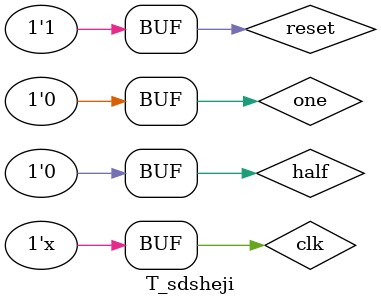
<source format=v>
`timescale 1ns/1ns
module T_sdsheji;
reg one;
reg half;
reg reset;
reg clk;
wire ydrink;
wire ymoney;
wire [7:0]seg;
wire [7:0]out;

sdsheji test1(
.one(one),
.half(half),
.reset(reset),
.clk(clk),
.ydrink(ydrink),
.ymoney(ymoney),
.seg(seg),
.out(out)
);

initial begin
reset = 0;
half = 0;
one = 0;
clk = 0;
#100
reset = 1;
//连续投入0.5元
#200
half = 1;
#200
half = 0;
#200
half = 1;
#200
half = 0;
#200
half = 1;
#200
half = 0;
#20
reset = 0;
#20
reset = 1;
//连续投入一元
#200
one = 1;
#200
one = 0;
#200
one = 1;
#200
one = 0;
#20
reset = 0;
#20
reset = 1;
//先投1元，再投0.5元
#200
one =1;
#200
one = 0;
#200
half = 1;
#200
half = 0;
#20
reset = 0;
#20
reset = 1;
//先投0.5元，再投1元
#200
half =1;
#200
half= 0;
#200
one = 1;
#200
one = 0;
#20
reset = 0;
#20
reset = 1;

end


always #1 clk = ~clk;


endmodule
</source>
